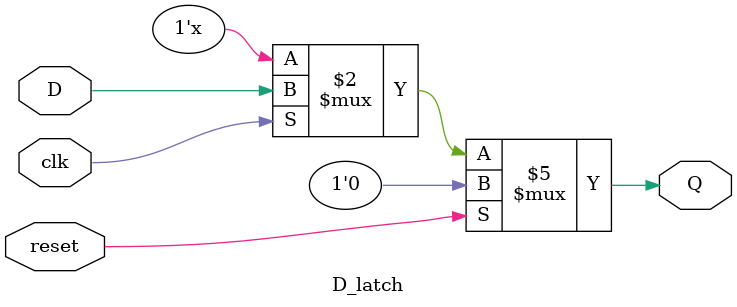
<source format=sv>



`timescale 1ns / 1ps

module D_latch(
    input wire D, clk, reset,
    output reg Q
);

always @(clk or D or reset) begin
    if (reset)
        Q <= 0;
    else if (clk)
        Q <= D;
end

endmodule
</source>
